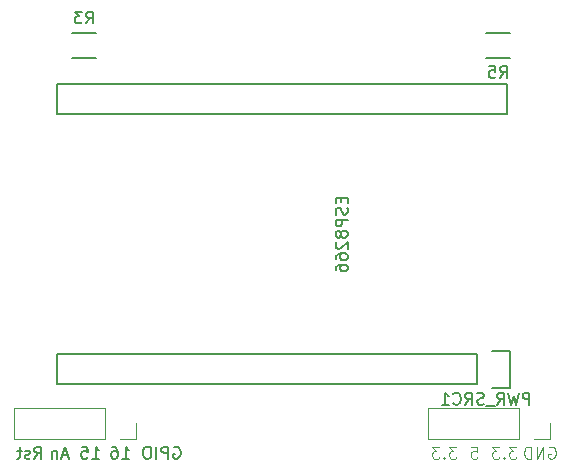
<source format=gbr>
G04 #@! TF.FileFunction,Legend,Bot*
%FSLAX46Y46*%
G04 Gerber Fmt 4.6, Leading zero omitted, Abs format (unit mm)*
G04 Created by KiCad (PCBNEW 4.0.4-stable) date 02/23/17 00:53:12*
%MOMM*%
%LPD*%
G01*
G04 APERTURE LIST*
%ADD10C,0.100000*%
%ADD11C,0.200000*%
%ADD12C,0.120000*%
%ADD13C,0.150000*%
G04 APERTURE END LIST*
D10*
X101631619Y-66508381D02*
X101012571Y-66508381D01*
X101345905Y-66889333D01*
X101203047Y-66889333D01*
X101107809Y-66936952D01*
X101060190Y-66984571D01*
X101012571Y-67079810D01*
X101012571Y-67317905D01*
X101060190Y-67413143D01*
X101107809Y-67460762D01*
X101203047Y-67508381D01*
X101488762Y-67508381D01*
X101584000Y-67460762D01*
X101631619Y-67413143D01*
X100584000Y-67413143D02*
X100536381Y-67460762D01*
X100584000Y-67508381D01*
X100631619Y-67460762D01*
X100584000Y-67413143D01*
X100584000Y-67508381D01*
X100203048Y-66508381D02*
X99584000Y-66508381D01*
X99917334Y-66889333D01*
X99774476Y-66889333D01*
X99679238Y-66936952D01*
X99631619Y-66984571D01*
X99584000Y-67079810D01*
X99584000Y-67317905D01*
X99631619Y-67413143D01*
X99679238Y-67460762D01*
X99774476Y-67508381D01*
X100060191Y-67508381D01*
X100155429Y-67460762D01*
X100203048Y-67413143D01*
X102885904Y-66508381D02*
X103362095Y-66508381D01*
X103409714Y-66984571D01*
X103362095Y-66936952D01*
X103266857Y-66889333D01*
X103028761Y-66889333D01*
X102933523Y-66936952D01*
X102885904Y-66984571D01*
X102838285Y-67079810D01*
X102838285Y-67317905D01*
X102885904Y-67413143D01*
X102933523Y-67460762D01*
X103028761Y-67508381D01*
X103266857Y-67508381D01*
X103362095Y-67460762D01*
X103409714Y-67413143D01*
X106711619Y-66508381D02*
X106092571Y-66508381D01*
X106425905Y-66889333D01*
X106283047Y-66889333D01*
X106187809Y-66936952D01*
X106140190Y-66984571D01*
X106092571Y-67079810D01*
X106092571Y-67317905D01*
X106140190Y-67413143D01*
X106187809Y-67460762D01*
X106283047Y-67508381D01*
X106568762Y-67508381D01*
X106664000Y-67460762D01*
X106711619Y-67413143D01*
X105664000Y-67413143D02*
X105616381Y-67460762D01*
X105664000Y-67508381D01*
X105711619Y-67460762D01*
X105664000Y-67413143D01*
X105664000Y-67508381D01*
X105283048Y-66508381D02*
X104664000Y-66508381D01*
X104997334Y-66889333D01*
X104854476Y-66889333D01*
X104759238Y-66936952D01*
X104711619Y-66984571D01*
X104664000Y-67079810D01*
X104664000Y-67317905D01*
X104711619Y-67413143D01*
X104759238Y-67460762D01*
X104854476Y-67508381D01*
X105140191Y-67508381D01*
X105235429Y-67460762D01*
X105283048Y-67413143D01*
X109473904Y-66556000D02*
X109569142Y-66508381D01*
X109711999Y-66508381D01*
X109854857Y-66556000D01*
X109950095Y-66651238D01*
X109997714Y-66746476D01*
X110045333Y-66936952D01*
X110045333Y-67079810D01*
X109997714Y-67270286D01*
X109950095Y-67365524D01*
X109854857Y-67460762D01*
X109711999Y-67508381D01*
X109616761Y-67508381D01*
X109473904Y-67460762D01*
X109426285Y-67413143D01*
X109426285Y-67079810D01*
X109616761Y-67079810D01*
X108997714Y-67508381D02*
X108997714Y-66508381D01*
X108426285Y-67508381D01*
X108426285Y-66508381D01*
X107950095Y-67508381D02*
X107950095Y-66508381D01*
X107712000Y-66508381D01*
X107569142Y-66556000D01*
X107473904Y-66651238D01*
X107426285Y-66746476D01*
X107378666Y-66936952D01*
X107378666Y-67079810D01*
X107426285Y-67270286D01*
X107473904Y-67365524D01*
X107569142Y-67460762D01*
X107712000Y-67508381D01*
X107950095Y-67508381D01*
D11*
X65912952Y-67508381D02*
X66246286Y-67032190D01*
X66484381Y-67508381D02*
X66484381Y-66508381D01*
X66103428Y-66508381D01*
X66008190Y-66556000D01*
X65960571Y-66603619D01*
X65912952Y-66698857D01*
X65912952Y-66841714D01*
X65960571Y-66936952D01*
X66008190Y-66984571D01*
X66103428Y-67032190D01*
X66484381Y-67032190D01*
X65532000Y-67460762D02*
X65436762Y-67508381D01*
X65246286Y-67508381D01*
X65151047Y-67460762D01*
X65103428Y-67365524D01*
X65103428Y-67317905D01*
X65151047Y-67222667D01*
X65246286Y-67175048D01*
X65389143Y-67175048D01*
X65484381Y-67127429D01*
X65532000Y-67032190D01*
X65532000Y-66984571D01*
X65484381Y-66889333D01*
X65389143Y-66841714D01*
X65246286Y-66841714D01*
X65151047Y-66889333D01*
X64817714Y-66841714D02*
X64436762Y-66841714D01*
X64674857Y-66508381D02*
X64674857Y-67365524D01*
X64627238Y-67460762D01*
X64532000Y-67508381D01*
X64436762Y-67508381D01*
X68762476Y-67222667D02*
X68286285Y-67222667D01*
X68857714Y-67508381D02*
X68524381Y-66508381D01*
X68191047Y-67508381D01*
X67857714Y-66841714D02*
X67857714Y-67508381D01*
X67857714Y-66936952D02*
X67810095Y-66889333D01*
X67714857Y-66841714D01*
X67571999Y-66841714D01*
X67476761Y-66889333D01*
X67429142Y-66984571D01*
X67429142Y-67508381D01*
X70802476Y-67508381D02*
X71373905Y-67508381D01*
X71088191Y-67508381D02*
X71088191Y-66508381D01*
X71183429Y-66651238D01*
X71278667Y-66746476D01*
X71373905Y-66794095D01*
X69897714Y-66508381D02*
X70373905Y-66508381D01*
X70421524Y-66984571D01*
X70373905Y-66936952D01*
X70278667Y-66889333D01*
X70040571Y-66889333D01*
X69945333Y-66936952D01*
X69897714Y-66984571D01*
X69850095Y-67079810D01*
X69850095Y-67317905D01*
X69897714Y-67413143D01*
X69945333Y-67460762D01*
X70040571Y-67508381D01*
X70278667Y-67508381D01*
X70373905Y-67460762D01*
X70421524Y-67413143D01*
X73342476Y-67508381D02*
X73913905Y-67508381D01*
X73628191Y-67508381D02*
X73628191Y-66508381D01*
X73723429Y-66651238D01*
X73818667Y-66746476D01*
X73913905Y-66794095D01*
X72485333Y-66508381D02*
X72675810Y-66508381D01*
X72771048Y-66556000D01*
X72818667Y-66603619D01*
X72913905Y-66746476D01*
X72961524Y-66936952D01*
X72961524Y-67317905D01*
X72913905Y-67413143D01*
X72866286Y-67460762D01*
X72771048Y-67508381D01*
X72580571Y-67508381D01*
X72485333Y-67460762D01*
X72437714Y-67413143D01*
X72390095Y-67317905D01*
X72390095Y-67079810D01*
X72437714Y-66984571D01*
X72485333Y-66936952D01*
X72580571Y-66889333D01*
X72771048Y-66889333D01*
X72866286Y-66936952D01*
X72913905Y-66984571D01*
X72961524Y-67079810D01*
D12*
X71882000Y-65846000D02*
X64202000Y-65846000D01*
X64202000Y-65846000D02*
X64202000Y-63186000D01*
X64202000Y-63186000D02*
X71882000Y-63186000D01*
X71882000Y-63186000D02*
X71882000Y-65846000D01*
X73152000Y-65846000D02*
X74482000Y-65846000D01*
X74482000Y-65846000D02*
X74482000Y-64516000D01*
X106934000Y-65846000D02*
X99254000Y-65846000D01*
X99254000Y-65846000D02*
X99254000Y-63186000D01*
X99254000Y-63186000D02*
X106934000Y-63186000D01*
X106934000Y-63186000D02*
X106934000Y-65846000D01*
X108204000Y-65846000D02*
X109534000Y-65846000D01*
X109534000Y-65846000D02*
X109534000Y-64516000D01*
D13*
X69104000Y-33587000D02*
X71104000Y-33587000D01*
X71104000Y-31437000D02*
X69104000Y-31437000D01*
X106156000Y-31437000D02*
X104156000Y-31437000D01*
X104156000Y-33587000D02*
X106156000Y-33587000D01*
X103378000Y-61214000D02*
X67818000Y-61214000D01*
X67818000Y-61214000D02*
X67818000Y-58674000D01*
X67818000Y-58674000D02*
X103378000Y-58674000D01*
X106198000Y-58394000D02*
X104648000Y-58394000D01*
X103378000Y-58674000D02*
X103378000Y-61214000D01*
X104648000Y-61494000D02*
X106198000Y-61494000D01*
X106198000Y-61494000D02*
X106198000Y-58394000D01*
X67818000Y-38354000D02*
X67818000Y-35814000D01*
X105918000Y-38354000D02*
X67818000Y-38354000D01*
X105918000Y-35814000D02*
X105918000Y-38354000D01*
X67818000Y-35814000D02*
X105918000Y-35814000D01*
X77707999Y-66556000D02*
X77803237Y-66508381D01*
X77946094Y-66508381D01*
X78088952Y-66556000D01*
X78184190Y-66651238D01*
X78231809Y-66746476D01*
X78279428Y-66936952D01*
X78279428Y-67079810D01*
X78231809Y-67270286D01*
X78184190Y-67365524D01*
X78088952Y-67460762D01*
X77946094Y-67508381D01*
X77850856Y-67508381D01*
X77707999Y-67460762D01*
X77660380Y-67413143D01*
X77660380Y-67079810D01*
X77850856Y-67079810D01*
X77231809Y-67508381D02*
X77231809Y-66508381D01*
X76850856Y-66508381D01*
X76755618Y-66556000D01*
X76707999Y-66603619D01*
X76660380Y-66698857D01*
X76660380Y-66841714D01*
X76707999Y-66936952D01*
X76755618Y-66984571D01*
X76850856Y-67032190D01*
X77231809Y-67032190D01*
X76231809Y-67508381D02*
X76231809Y-66508381D01*
X75565143Y-66508381D02*
X75374666Y-66508381D01*
X75279428Y-66556000D01*
X75184190Y-66651238D01*
X75136571Y-66841714D01*
X75136571Y-67175048D01*
X75184190Y-67365524D01*
X75279428Y-67460762D01*
X75374666Y-67508381D01*
X75565143Y-67508381D01*
X75660381Y-67460762D01*
X75755619Y-67365524D01*
X75803238Y-67175048D01*
X75803238Y-66841714D01*
X75755619Y-66651238D01*
X75660381Y-66556000D01*
X75565143Y-66508381D01*
X107806667Y-62936381D02*
X107806667Y-61936381D01*
X107425714Y-61936381D01*
X107330476Y-61984000D01*
X107282857Y-62031619D01*
X107235238Y-62126857D01*
X107235238Y-62269714D01*
X107282857Y-62364952D01*
X107330476Y-62412571D01*
X107425714Y-62460190D01*
X107806667Y-62460190D01*
X106901905Y-61936381D02*
X106663810Y-62936381D01*
X106473333Y-62222095D01*
X106282857Y-62936381D01*
X106044762Y-61936381D01*
X105092381Y-62936381D02*
X105425715Y-62460190D01*
X105663810Y-62936381D02*
X105663810Y-61936381D01*
X105282857Y-61936381D01*
X105187619Y-61984000D01*
X105140000Y-62031619D01*
X105092381Y-62126857D01*
X105092381Y-62269714D01*
X105140000Y-62364952D01*
X105187619Y-62412571D01*
X105282857Y-62460190D01*
X105663810Y-62460190D01*
X104901905Y-63031619D02*
X104140000Y-63031619D01*
X103949524Y-62888762D02*
X103806667Y-62936381D01*
X103568571Y-62936381D01*
X103473333Y-62888762D01*
X103425714Y-62841143D01*
X103378095Y-62745905D01*
X103378095Y-62650667D01*
X103425714Y-62555429D01*
X103473333Y-62507810D01*
X103568571Y-62460190D01*
X103759048Y-62412571D01*
X103854286Y-62364952D01*
X103901905Y-62317333D01*
X103949524Y-62222095D01*
X103949524Y-62126857D01*
X103901905Y-62031619D01*
X103854286Y-61984000D01*
X103759048Y-61936381D01*
X103520952Y-61936381D01*
X103378095Y-61984000D01*
X102378095Y-62936381D02*
X102711429Y-62460190D01*
X102949524Y-62936381D02*
X102949524Y-61936381D01*
X102568571Y-61936381D01*
X102473333Y-61984000D01*
X102425714Y-62031619D01*
X102378095Y-62126857D01*
X102378095Y-62269714D01*
X102425714Y-62364952D01*
X102473333Y-62412571D01*
X102568571Y-62460190D01*
X102949524Y-62460190D01*
X101378095Y-62841143D02*
X101425714Y-62888762D01*
X101568571Y-62936381D01*
X101663809Y-62936381D01*
X101806667Y-62888762D01*
X101901905Y-62793524D01*
X101949524Y-62698286D01*
X101997143Y-62507810D01*
X101997143Y-62364952D01*
X101949524Y-62174476D01*
X101901905Y-62079238D01*
X101806667Y-61984000D01*
X101663809Y-61936381D01*
X101568571Y-61936381D01*
X101425714Y-61984000D01*
X101378095Y-62031619D01*
X100425714Y-62936381D02*
X100997143Y-62936381D01*
X100711429Y-62936381D02*
X100711429Y-61936381D01*
X100806667Y-62079238D01*
X100901905Y-62174476D01*
X100997143Y-62222095D01*
X70270666Y-30664381D02*
X70604000Y-30188190D01*
X70842095Y-30664381D02*
X70842095Y-29664381D01*
X70461142Y-29664381D01*
X70365904Y-29712000D01*
X70318285Y-29759619D01*
X70270666Y-29854857D01*
X70270666Y-29997714D01*
X70318285Y-30092952D01*
X70365904Y-30140571D01*
X70461142Y-30188190D01*
X70842095Y-30188190D01*
X69937333Y-29664381D02*
X69318285Y-29664381D01*
X69651619Y-30045333D01*
X69508761Y-30045333D01*
X69413523Y-30092952D01*
X69365904Y-30140571D01*
X69318285Y-30235810D01*
X69318285Y-30473905D01*
X69365904Y-30569143D01*
X69413523Y-30616762D01*
X69508761Y-30664381D01*
X69794476Y-30664381D01*
X69889714Y-30616762D01*
X69937333Y-30569143D01*
X105322666Y-35264381D02*
X105656000Y-34788190D01*
X105894095Y-35264381D02*
X105894095Y-34264381D01*
X105513142Y-34264381D01*
X105417904Y-34312000D01*
X105370285Y-34359619D01*
X105322666Y-34454857D01*
X105322666Y-34597714D01*
X105370285Y-34692952D01*
X105417904Y-34740571D01*
X105513142Y-34788190D01*
X105894095Y-34788190D01*
X104417904Y-34264381D02*
X104894095Y-34264381D01*
X104941714Y-34740571D01*
X104894095Y-34692952D01*
X104798857Y-34645333D01*
X104560761Y-34645333D01*
X104465523Y-34692952D01*
X104417904Y-34740571D01*
X104370285Y-34835810D01*
X104370285Y-35073905D01*
X104417904Y-35169143D01*
X104465523Y-35216762D01*
X104560761Y-35264381D01*
X104798857Y-35264381D01*
X104894095Y-35216762D01*
X104941714Y-35169143D01*
X91896571Y-45418762D02*
X91896571Y-45752096D01*
X92420381Y-45894953D02*
X92420381Y-45418762D01*
X91420381Y-45418762D01*
X91420381Y-45894953D01*
X92372762Y-46275905D02*
X92420381Y-46418762D01*
X92420381Y-46656858D01*
X92372762Y-46752096D01*
X92325143Y-46799715D01*
X92229905Y-46847334D01*
X92134667Y-46847334D01*
X92039429Y-46799715D01*
X91991810Y-46752096D01*
X91944190Y-46656858D01*
X91896571Y-46466381D01*
X91848952Y-46371143D01*
X91801333Y-46323524D01*
X91706095Y-46275905D01*
X91610857Y-46275905D01*
X91515619Y-46323524D01*
X91468000Y-46371143D01*
X91420381Y-46466381D01*
X91420381Y-46704477D01*
X91468000Y-46847334D01*
X92420381Y-47275905D02*
X91420381Y-47275905D01*
X91420381Y-47656858D01*
X91468000Y-47752096D01*
X91515619Y-47799715D01*
X91610857Y-47847334D01*
X91753714Y-47847334D01*
X91848952Y-47799715D01*
X91896571Y-47752096D01*
X91944190Y-47656858D01*
X91944190Y-47275905D01*
X91848952Y-48418762D02*
X91801333Y-48323524D01*
X91753714Y-48275905D01*
X91658476Y-48228286D01*
X91610857Y-48228286D01*
X91515619Y-48275905D01*
X91468000Y-48323524D01*
X91420381Y-48418762D01*
X91420381Y-48609239D01*
X91468000Y-48704477D01*
X91515619Y-48752096D01*
X91610857Y-48799715D01*
X91658476Y-48799715D01*
X91753714Y-48752096D01*
X91801333Y-48704477D01*
X91848952Y-48609239D01*
X91848952Y-48418762D01*
X91896571Y-48323524D01*
X91944190Y-48275905D01*
X92039429Y-48228286D01*
X92229905Y-48228286D01*
X92325143Y-48275905D01*
X92372762Y-48323524D01*
X92420381Y-48418762D01*
X92420381Y-48609239D01*
X92372762Y-48704477D01*
X92325143Y-48752096D01*
X92229905Y-48799715D01*
X92039429Y-48799715D01*
X91944190Y-48752096D01*
X91896571Y-48704477D01*
X91848952Y-48609239D01*
X91515619Y-49180667D02*
X91468000Y-49228286D01*
X91420381Y-49323524D01*
X91420381Y-49561620D01*
X91468000Y-49656858D01*
X91515619Y-49704477D01*
X91610857Y-49752096D01*
X91706095Y-49752096D01*
X91848952Y-49704477D01*
X92420381Y-49133048D01*
X92420381Y-49752096D01*
X91420381Y-50609239D02*
X91420381Y-50418762D01*
X91468000Y-50323524D01*
X91515619Y-50275905D01*
X91658476Y-50180667D01*
X91848952Y-50133048D01*
X92229905Y-50133048D01*
X92325143Y-50180667D01*
X92372762Y-50228286D01*
X92420381Y-50323524D01*
X92420381Y-50514001D01*
X92372762Y-50609239D01*
X92325143Y-50656858D01*
X92229905Y-50704477D01*
X91991810Y-50704477D01*
X91896571Y-50656858D01*
X91848952Y-50609239D01*
X91801333Y-50514001D01*
X91801333Y-50323524D01*
X91848952Y-50228286D01*
X91896571Y-50180667D01*
X91991810Y-50133048D01*
X91420381Y-51561620D02*
X91420381Y-51371143D01*
X91468000Y-51275905D01*
X91515619Y-51228286D01*
X91658476Y-51133048D01*
X91848952Y-51085429D01*
X92229905Y-51085429D01*
X92325143Y-51133048D01*
X92372762Y-51180667D01*
X92420381Y-51275905D01*
X92420381Y-51466382D01*
X92372762Y-51561620D01*
X92325143Y-51609239D01*
X92229905Y-51656858D01*
X91991810Y-51656858D01*
X91896571Y-51609239D01*
X91848952Y-51561620D01*
X91801333Y-51466382D01*
X91801333Y-51275905D01*
X91848952Y-51180667D01*
X91896571Y-51133048D01*
X91991810Y-51085429D01*
M02*

</source>
